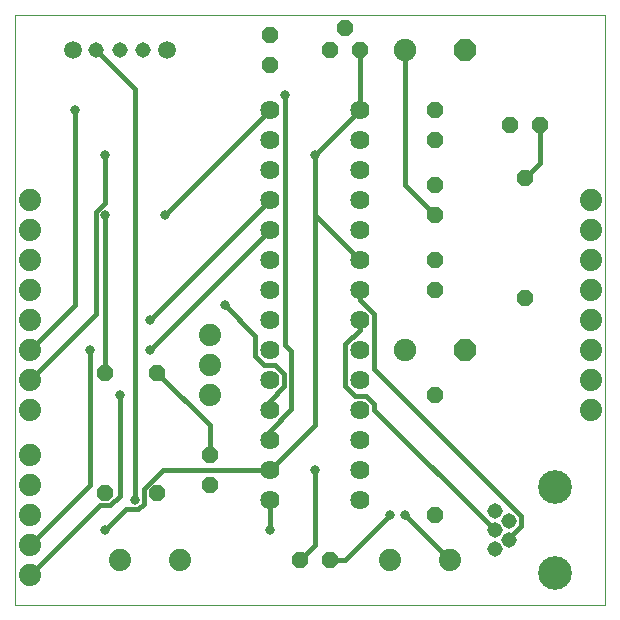
<source format=gtl>
G75*
%MOIN*%
%OFA0B0*%
%FSLAX25Y25*%
%IPPOS*%
%LPD*%
%AMOC8*
5,1,8,0,0,1.08239X$1,22.5*
%
%ADD10C,0.00000*%
%ADD11C,0.07400*%
%ADD12C,0.07500*%
%ADD13OC8,0.07500*%
%ADD14OC8,0.05200*%
%ADD15C,0.05937*%
%ADD16C,0.05150*%
%ADD17C,0.06400*%
%ADD18C,0.11220*%
%ADD19C,0.03169*%
%ADD20C,0.01600*%
D10*
X0001800Y0001800D02*
X0001800Y0198650D01*
X0198650Y0198650D01*
X0198650Y0001800D01*
X0001800Y0001800D01*
D11*
X0006800Y0011800D03*
X0006800Y0021800D03*
X0006800Y0031800D03*
X0006800Y0041800D03*
X0006800Y0051800D03*
X0006800Y0066800D03*
X0006800Y0076800D03*
X0006800Y0086800D03*
X0006800Y0096800D03*
X0006800Y0106800D03*
X0006800Y0116800D03*
X0006800Y0126800D03*
X0006800Y0136800D03*
X0066800Y0091800D03*
X0066800Y0081800D03*
X0066800Y0071800D03*
X0056800Y0016800D03*
X0036800Y0016800D03*
X0126800Y0016800D03*
X0146800Y0016800D03*
X0193800Y0066800D03*
X0193800Y0076800D03*
X0193800Y0086800D03*
X0193800Y0096800D03*
X0193800Y0106800D03*
X0193800Y0116800D03*
X0193800Y0126800D03*
X0193800Y0136800D03*
D12*
X0131800Y0086800D03*
X0131800Y0186800D03*
D13*
X0151800Y0186800D03*
X0151800Y0086800D03*
D14*
X0141800Y0071800D03*
X0171800Y0104300D03*
X0141800Y0106800D03*
X0141800Y0116800D03*
X0141800Y0131800D03*
X0141800Y0141800D03*
X0141800Y0156800D03*
X0141800Y0166800D03*
X0166800Y0161800D03*
X0176800Y0161800D03*
X0171800Y0144300D03*
X0116800Y0186800D03*
X0111800Y0194300D03*
X0106800Y0186800D03*
X0086800Y0181800D03*
X0086800Y0191800D03*
X0049300Y0079300D03*
X0031800Y0079300D03*
X0066800Y0051800D03*
X0066800Y0041800D03*
X0049300Y0039300D03*
X0031800Y0039300D03*
X0096800Y0016800D03*
X0106800Y0016800D03*
X0141800Y0031800D03*
D15*
X0052548Y0186800D03*
X0021052Y0186800D03*
D16*
X0028926Y0186800D03*
X0036800Y0186800D03*
X0044674Y0186800D03*
X0161721Y0033099D03*
X0166446Y0029950D03*
X0161721Y0026800D03*
X0166446Y0023650D03*
X0161721Y0020501D03*
D17*
X0116800Y0036800D03*
X0116800Y0046800D03*
X0116800Y0056800D03*
X0116800Y0066800D03*
X0116800Y0076800D03*
X0116800Y0086800D03*
X0116800Y0096800D03*
X0116800Y0106800D03*
X0116800Y0116800D03*
X0116800Y0126800D03*
X0116800Y0136800D03*
X0116800Y0146800D03*
X0116800Y0156800D03*
X0116800Y0166800D03*
X0086800Y0166800D03*
X0086800Y0156800D03*
X0086800Y0146800D03*
X0086800Y0136800D03*
X0086800Y0126800D03*
X0086800Y0116800D03*
X0086800Y0106800D03*
X0086800Y0096800D03*
X0086800Y0086800D03*
X0086800Y0076800D03*
X0086800Y0066800D03*
X0086800Y0056800D03*
X0086800Y0046800D03*
X0086800Y0036800D03*
D18*
X0181800Y0041170D03*
X0181800Y0012430D03*
D19*
X0131800Y0031800D03*
X0126800Y0031800D03*
X0101800Y0046800D03*
X0086800Y0026800D03*
X0041800Y0036800D03*
X0031800Y0026800D03*
X0036800Y0071800D03*
X0026800Y0086800D03*
X0046800Y0086800D03*
X0046800Y0096800D03*
X0071800Y0101800D03*
X0051800Y0131800D03*
X0031800Y0131800D03*
X0031800Y0151800D03*
X0021800Y0166800D03*
X0091800Y0171800D03*
X0101800Y0151800D03*
D20*
X0101800Y0131800D01*
X0116800Y0116800D01*
X0116800Y0106800D02*
X0116800Y0103588D01*
X0121600Y0098788D01*
X0121600Y0080699D01*
X0170620Y0031679D01*
X0170620Y0028220D01*
X0166446Y0024046D01*
X0166446Y0023650D01*
X0161721Y0026800D02*
X0121600Y0066921D01*
X0121600Y0068788D01*
X0118788Y0071600D01*
X0115212Y0071600D01*
X0112000Y0074812D01*
X0112000Y0088788D01*
X0116800Y0093588D01*
X0116800Y0096800D01*
X0094000Y0086388D02*
X0091800Y0088588D01*
X0091800Y0171800D01*
X0086800Y0166800D02*
X0051800Y0131800D01*
X0031800Y0131800D02*
X0031800Y0079300D01*
X0036800Y0071800D02*
X0036800Y0038360D01*
X0033540Y0035100D01*
X0030100Y0035100D01*
X0006800Y0011800D01*
X0006800Y0021800D02*
X0026800Y0041800D01*
X0026800Y0086800D01*
X0028816Y0098816D02*
X0028816Y0133036D01*
X0031800Y0136020D01*
X0031800Y0151800D01*
X0021800Y0166800D02*
X0021800Y0101800D01*
X0006800Y0086800D01*
X0006800Y0076800D02*
X0028816Y0098816D01*
X0046800Y0096800D02*
X0086800Y0136800D01*
X0086800Y0126800D02*
X0046800Y0086800D01*
X0049300Y0079300D02*
X0066800Y0061800D01*
X0066800Y0051800D01*
X0051143Y0046800D02*
X0044784Y0040441D01*
X0044784Y0035564D01*
X0043036Y0033816D01*
X0038816Y0033816D01*
X0031800Y0026800D01*
X0041800Y0036800D02*
X0041800Y0173926D01*
X0028926Y0186800D01*
X0101800Y0151800D02*
X0116800Y0166800D01*
X0116800Y0186800D01*
X0131800Y0186800D02*
X0131800Y0141800D01*
X0141800Y0131800D01*
X0171800Y0144300D02*
X0176800Y0149300D01*
X0176800Y0161800D01*
X0101800Y0131800D02*
X0101800Y0061800D01*
X0086800Y0046800D01*
X0051143Y0046800D01*
X0086800Y0036800D02*
X0086800Y0026800D01*
X0096800Y0016800D02*
X0101800Y0021800D01*
X0101800Y0046800D01*
X0086800Y0056800D02*
X0086800Y0060012D01*
X0094000Y0067212D01*
X0094000Y0086388D01*
X0088388Y0082000D02*
X0084812Y0082000D01*
X0082000Y0084812D01*
X0082000Y0091600D01*
X0071800Y0101800D01*
X0088388Y0082000D02*
X0091600Y0078788D01*
X0091600Y0074812D01*
X0086800Y0070012D01*
X0086800Y0066800D01*
X0126800Y0031800D02*
X0111800Y0016800D01*
X0106800Y0016800D01*
X0131800Y0031800D02*
X0146800Y0016800D01*
M02*

</source>
